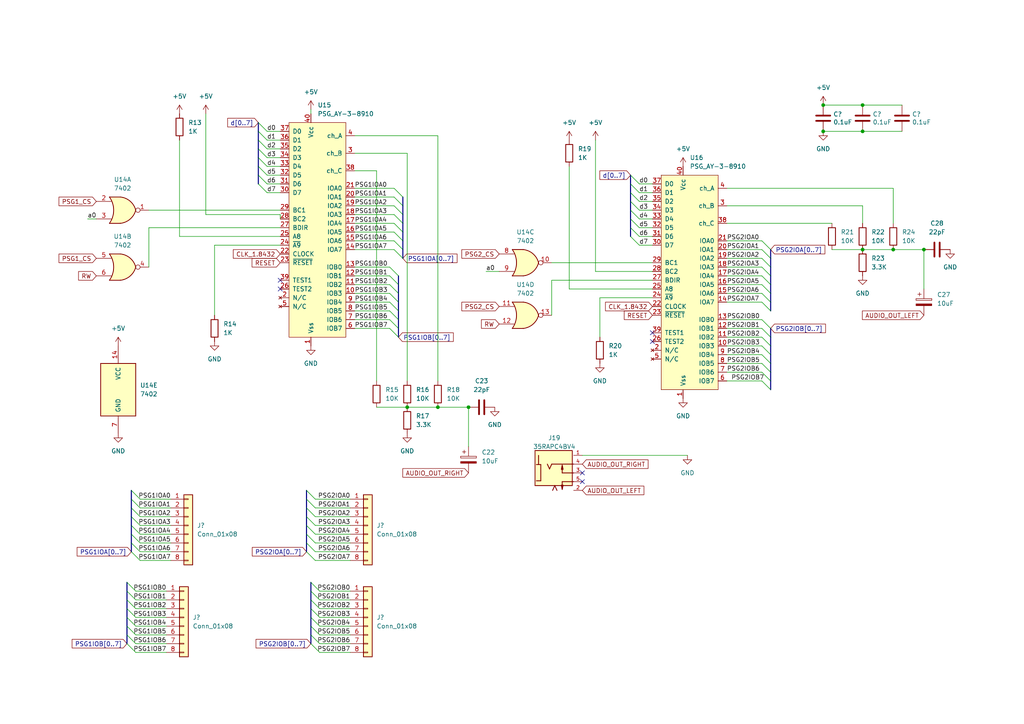
<source format=kicad_sch>
(kicad_sch (version 20230121) (generator eeschema)
  (paper "A4")
  (title_block (title "6502") (date "2023-06-08") (rev "2.0") (company "Strahinja Marinkovic"))
  (lib_symbols
    (symbol "+5V_1" (power) (pin_names (offset 0))
      (property "Value" "+5V_1" (at 0 3.556 0))
      (symbol "+5V_1_0_1"
        (polyline (pts (xy -0.762 1.27) (xy 0 2.54)))
        (polyline (pts (xy 0 0) (xy 0 2.54)))
        (polyline (pts (xy 0 2.54) (xy 0.762 1.27)))
      )
      (symbol "+5V_1_1_1"
        (pin power_in line (at 0 0 90) (length 0) hide (name "+5V") (number "1"))
      )
    )
    (symbol "35RAPC4BV4:35RAPC4BV4" (pin_names (offset 1.016))
      (property "Reference" "J" (at -5.08 7.62 0))
      (property "Value" "35RAPC4BV4" (at -5.08 -7.62 0))
      (symbol "35RAPC4BV4_0_0"
        (rectangle (start -6.1079 -3.6883) (end 4.6871 6.4717) (stroke (width 0.254)) (fill (type background)))
        (polyline (pts (xy -5.715 2.413) (xy -5.08 2.413)) (stroke (width 0.254)))
        (polyline (pts (xy -5.08 2.413) (xy -4.445 2.413)) (stroke (width 0.254)))
        (polyline (pts (xy -5.08 5.08) (xy -5.08 2.413)) (stroke (width 0.254)))
        (polyline (pts (xy -4.445 -2.286) (xy -5.715 -2.286)) (stroke (width 0.254)))
        (polyline (pts (xy -4.445 2.413) (xy -4.445 -2.286)) (stroke (width 0.254)))
        (polyline (pts (xy -1.905 1.143) (xy -2.54 2.54)) (stroke (width 0.254)))
        (polyline (pts (xy -1.27 2.54) (xy -1.905 1.143)) (stroke (width 0.254)))
        (polyline (pts (xy -0.381 -3.683) (xy -1.016 -5.08)) (stroke (width 0.254)))
        (polyline (pts (xy 0.254 -5.08) (xy -0.381 -3.683)) (stroke (width 0.254)))
        (polyline (pts (xy 1.778 -2.54) (xy 1.778 -4.318)) (stroke (width 0.254)))
        (polyline (pts (xy 1.778 -2.54) (xy 5.08 -2.54)) (stroke (width 0.254)))
        (polyline (pts (xy 1.778 0) (xy 1.778 1.778)) (stroke (width 0.254)))
        (polyline (pts (xy 1.778 0) (xy 5.08 0)) (stroke (width 0.254)))
        (polyline (pts (xy 5.08 2.54) (xy -1.27 2.54)) (stroke (width 0.254)))
        (polyline (pts (xy 1.778 -4.826) (xy 1.524 -3.556) (xy 2.032 -3.556) (xy 1.778 -4.826)) (stroke (width 0.254)) (fill (type outline)))
        (polyline (pts (xy 1.778 2.286) (xy 1.524 1.016) (xy 2.032 1.016) (xy 1.778 2.286)) (stroke (width 0.254)) (fill (type outline)))
        (pin passive line (at 7.62 5.08 180) (length 2.54) (name "~") (number "1"))
        (pin passive line (at 7.62 -5.08 180) (length 2.54) (name "~") (number "2"))
        (pin passive line (at 7.62 0 180) (length 2.54) (name "~") (number "3"))
        (pin passive line (at 7.62 2.54 180) (length 2.54) (name "~") (number "4"))
        (pin passive line (at 7.62 -2.54 180) (length 2.54) (name "~") (number "5"))
      )
    )
    (symbol "74xx:7402" (pin_names (offset 1.016))
      (property "Reference" "U" (at 0 1.27 0))
      (property "Value" "7402" (at 0 -1.27 0))
      (symbol "7402_1_1"
        (arc (start -3.81 -3.81) (mid -2.589 0) (end -3.81 3.81) (stroke (width 0.254)))
        (arc (start -0.6096 -3.81) (mid 2.1842 -2.5851) (end 3.81 0) (stroke (width 0.254)) (fill (type background)))
        (polyline (pts (xy -3.81 -3.81) (xy -0.635 -3.81)) (stroke (width 0.254)) (fill (type background)))
        (polyline (pts (xy -3.81 3.81) (xy -0.635 3.81)) (stroke (width 0.254)) (fill (type background)))
        (polyline (pts (xy -0.635 3.81) (xy -3.81 3.81) (xy -3.81 3.81) (xy -3.556 3.4036) (xy -3.0226 2.2606) (xy -2.6924 1.0414) (xy -2.6162 -0.254) (xy -2.7686 -1.4986) (xy -3.175 -2.7178) (xy -3.81 -3.81) (xy -3.81 -3.81) (xy -0.635 -3.81)) (stroke (width -25.4)) (fill (type background)))
        (arc (start 3.81 0) (mid 2.1915 2.5936) (end -0.6096 3.81) (stroke (width 0.254)) (fill (type background)))
        (pin output inverted (at 7.62 0 180) (length 3.81) (name "~") (number "1"))
        (pin input line (at -7.62 2.54 0) (length 4.318) (name "~") (number "2"))
        (pin input line (at -7.62 -2.54 0) (length 4.318) (name "~") (number "3"))
      )
      (symbol "7402_1_2"
        (arc (start 0 -3.81) (mid 3.7934 0) (end 0 3.81) (stroke (width 0.254)) (fill (type background)))
        (polyline (pts (xy 0 3.81) (xy -3.81 3.81) (xy -3.81 -3.81) (xy 0 -3.81)) (stroke (width 0.254)) (fill (type background)))
        (pin output line (at 7.62 0 180) (length 3.81) (name "~") (number "1"))
        (pin input inverted (at -7.62 2.54 0) (length 3.81) (name "~") (number "2"))
        (pin input inverted (at -7.62 -2.54 0) (length 3.81) (name "~") (number "3"))
      )
      (symbol "7402_2_1"
        (arc (start -3.81 -3.81) (mid -2.589 0) (end -3.81 3.81) (stroke (width 0.254)))
        (arc (start -0.6096 -3.81) (mid 2.1842 -2.5851) (end 3.81 0) (stroke (width 0.254)) (fill (type background)))
        (polyline (pts (xy -3.81 -3.81) (xy -0.635 -3.81)) (stroke (width 0.254)) (fill (type background)))
        (polyline (pts (xy -3.81 3.81) (xy -0.635 3.81)) (stroke (width 0.254)) (fill (type background)))
        (polyline (pts (xy -0.635 3.81) (xy -3.81 3.81) (xy -3.81 3.81) (xy -3.556 3.4036) (xy -3.0226 2.2606) (xy -2.6924 1.0414) (xy -2.6162 -0.254) (xy -2.7686 -1.4986) (xy -3.175 -2.7178) (xy -3.81 -3.81) (xy -3.81 -3.81) (xy -0.635 -3.81)) (stroke (width -25.4)) (fill (type background)))
        (arc (start 3.81 0) (mid 2.1915 2.5936) (end -0.6096 3.81) (stroke (width 0.254)) (fill (type background)))
        (pin output inverted (at 7.62 0 180) (length 3.81) (name "~") (number "4"))
        (pin input line (at -7.62 2.54 0) (length 4.318) (name "~") (number "5"))
        (pin input line (at -7.62 -2.54 0) (length 4.318) (name "~") (number "6"))
      )
      (symbol "7402_2_2"
        (arc (start 0 -3.81) (mid 3.7934 0) (end 0 3.81) (stroke (width 0.254)) (fill (type background)))
        (polyline (pts (xy 0 3.81) (xy -3.81 3.81) (xy -3.81 -3.81) (xy 0 -3.81)) (stroke (width 0.254)) (fill (type background)))
        (pin output line (at 7.62 0 180) (length 3.81) (name "~") (number "4"))
        (pin input inverted (at -7.62 2.54 0) (length 3.81) (name "~") (number "5"))
        (pin input inverted (at -7.62 -2.54 0) (length 3.81) (name "~") (number "6"))
      )
      (symbol "7402_3_1"
        (arc (start -3.81 -3.81) (mid -2.589 0) (end -3.81 3.81) (stroke (width 0.254)))
        (arc (start -0.6096 -3.81) (mid 2.1842 -2.5851) (end 3.81 0) (stroke (width 0.254)) (fill (type background)))
        (polyline (pts (xy -3.81 -3.81) (xy -0.635 -3.81)) (stroke (width 0.254)) (fill (type background)))
        (polyline (pts (xy -3.81 3.81) (xy -0.635 3.81)) (stroke (width 0.254)) (fill (type background)))
        (polyline (pts (xy -0.635 3.81) (xy -3.81 3.81) (xy -3.81 3.81) (xy -3.556 3.4036) (xy -3.0226 2.2606) (xy -2.6924 1.0414) (xy -2.6162 -0.254) (xy -2.7686 -1.4986) (xy -3.175 -2.7178) (xy -3.81 -3.81) (xy -3.81 -3.81) (xy -0.635 -3.81)) (stroke (width -25.4)) (fill (type background)))
        (arc (start 3.81 0) (mid 2.1915 2.5936) (end -0.6096 3.81) (stroke (width 0.254)) (fill (type background)))
        (pin output inverted (at 7.62 0 180) (length 3.81) (name "~") (number "10"))
        (pin input line (at -7.62 2.54 0) (length 4.318) (name "~") (number "8"))
        (pin input line (at -7.62 -2.54 0) (length 4.318) (name "~") (number "9"))
      )
      (symbol "7402_3_2"
        (arc (start 0 -3.81) (mid 3.7934 0) (end 0 3.81) (stroke (width 0.254)) (fill (type background)))
        (polyline (pts (xy 0 3.81) (xy -3.81 3.81) (xy -3.81 -3.81) (xy 0 -3.81)) (stroke (width 0.254)) (fill (type background)))
        (pin output line (at 7.62 0 180) (length 3.81) (name "~") (number "10"))
        (pin input inverted (at -7.62 2.54 0) (length 3.81) (name "~") (number "8"))
        (pin input inverted (at -7.62 -2.54 0) (length 3.81) (name "~") (number "9"))
      )
      (symbol "7402_4_1"
        (arc (start -3.81 -3.81) (mid -2.589 0) (end -3.81 3.81) (stroke (width 0.254)))
        (arc (start -0.6096 -3.81) (mid 2.1842 -2.5851) (end 3.81 0) (stroke (width 0.254)) (fill (type background)))
        (polyline (pts (xy -3.81 -3.81) (xy -0.635 -3.81)) (stroke (width 0.254)) (fill (type background)))
        (polyline (pts (xy -3.81 3.81) (xy -0.635 3.81)) (stroke (width 0.254)) (fill (type background)))
        (polyline (pts (xy -0.635 3.81) (xy -3.81 3.81) (xy -3.81 3.81) (xy -3.556 3.4036) (xy -3.0226 2.2606) (xy -2.6924 1.0414) (xy -2.6162 -0.254) (xy -2.7686 -1.4986) (xy -3.175 -2.7178) (xy -3.81 -3.81) (xy -3.81 -3.81) (xy -0.635 -3.81)) (stroke (width -25.4)) (fill (type background)))
        (arc (start 3.81 0) (mid 2.1915 2.5936) (end -0.6096 3.81) (stroke (width 0.254)) (fill (type background)))
        (pin input line (at -7.62 2.54 0) (length 4.318) (name "~") (number "11"))
        (pin input line (at -7.62 -2.54 0) (length 4.318) (name "~") (number "12"))
        (pin output inverted (at 7.62 0 180) (length 3.81) (name "~") (number "13"))
      )
      (symbol "7402_4_2"
        (arc (start 0 -3.81) (mid 3.7934 0) (end 0 3.81) (stroke (width 0.254)) (fill (type background)))
        (polyline (pts (xy 0 3.81) (xy -3.81 3.81) (xy -3.81 -3.81) (xy 0 -3.81)) (stroke (width 0.254)) (fill (type background)))
        (pin input inverted (at -7.62 2.54 0) (length 3.81) (name "~") (number "11"))
        (pin input inverted (at -7.62 -2.54 0) (length 3.81) (name "~") (number "12"))
        (pin output line (at 7.62 0 180) (length 3.81) (name "~") (number "13"))
      )
      (symbol "7402_5_0"
        (pin power_in line (at 0 12.7 270) (length 5.08) (name "VCC") (number "14"))
        (pin power_in line (at 0 -12.7 90) (length 5.08) (name "GND") (number "7"))
      )
      (symbol "7402_5_1"
        (rectangle (start -5.08 7.62) (end 5.08 -7.62) (stroke (width 0.254)) (fill (type background)))
      )
    )
    (symbol "8bit:PSG_AY-3-8910" (pin_names (offset 1.016))
      (property "Reference" "U" (at -6.35 30.48 0))
      (property "Value" "PSG_AY-3-8910" (at 8.89 -35.56 0))
      (symbol "PSG_AY-3-8910_0_1"
        (rectangle (start -7.62 29.21) (end 8.89 -33.02) (fill (type background)))
      )
      (symbol "PSG_AY-3-8910_1_1"
        (pin power_in line (at -1.27 -35.56 90) (length 2.54) (name "Vss") (number "1"))
        (pin bidirectional line (at 11.43 -20.32 180) (length 2.54) (name "IOB3") (number "10"))
        (pin bidirectional line (at 11.43 -17.78 180) (length 2.54) (name "IOB2") (number "11"))
        (pin bidirectional line (at 11.43 -15.24 180) (length 2.54) (name "IOB1") (number "12"))
        (pin bidirectional line (at 11.43 -12.7 180) (length 2.54) (name "IOB0") (number "13"))
        (pin bidirectional line (at 11.43 -7.62 180) (length 2.54) (name "IOA7") (number "14"))
        (pin bidirectional line (at 11.43 -5.08 180) (length 2.54) (name "IOA6") (number "15"))
        (pin bidirectional line (at 11.43 -2.54 180) (length 2.54) (name "IOA5") (number "16"))
        (pin bidirectional line (at 11.43 0 180) (length 2.54) (name "IOA4") (number "17"))
        (pin bidirectional line (at 11.43 2.54 180) (length 2.54) (name "IOA3") (number "18"))
        (pin bidirectional line (at 11.43 5.08 180) (length 2.54) (name "IOA2") (number "19"))
        (pin no_connect line (at -10.16 -21.59 0) (length 2.54) (name "N/C") (number "2"))
        (pin bidirectional line (at 11.43 7.62 180) (length 2.54) (name "IOA1") (number "20"))
        (pin bidirectional line (at 11.43 10.16 180) (length 2.54) (name "IOA0") (number "21"))
        (pin input line (at -10.16 -8.89 0) (length 2.54) (name "CLOCK") (number "22"))
        (pin input line (at -10.16 -11.43 0) (length 2.54) (name "~{RESET}") (number "23"))
        (pin input line (at -10.16 -6.35 0) (length 2.54) (name "~{A9}") (number "24"))
        (pin input line (at -10.16 -3.81 0) (length 2.54) (name "A8") (number "25"))
        (pin input line (at -10.16 -19.05 0) (length 2.54) (name "TEST2") (number "26"))
        (pin input line (at -10.16 -1.27 0) (length 2.54) (name "BDIR") (number "27"))
        (pin input line (at -10.16 1.27 0) (length 2.54) (name "BC2") (number "28"))
        (pin input line (at -10.16 3.81 0) (length 2.54) (name "BC1") (number "29"))
        (pin output line (at 11.43 20.32 180) (length 2.54) (name "ch_B") (number "3"))
        (pin bidirectional line (at -10.16 8.89 0) (length 2.54) (name "D7") (number "30"))
        (pin bidirectional line (at -10.16 11.43 0) (length 2.54) (name "D6") (number "31"))
        (pin bidirectional line (at -10.16 13.97 0) (length 2.54) (name "D5") (number "32"))
        (pin bidirectional line (at -10.16 16.51 0) (length 2.54) (name "D4") (number "33"))
        (pin bidirectional line (at -10.16 19.05 0) (length 2.54) (name "D3") (number "34"))
        (pin bidirectional line (at -10.16 21.59 0) (length 2.54) (name "D2") (number "35"))
        (pin bidirectional line (at -10.16 24.13 0) (length 2.54) (name "D1") (number "36"))
        (pin bidirectional line (at -10.16 26.67 0) (length 2.54) (name "D0") (number "37"))
        (pin output line (at 11.43 15.24 180) (length 2.54) (name "ch_C") (number "38"))
        (pin input line (at -10.16 -16.51 0) (length 2.54) (name "TEST1") (number "39"))
        (pin output line (at 11.43 25.4 180) (length 2.54) (name "ch_A") (number "4"))
        (pin power_in line (at -1.27 31.75 270) (length 2.54) (name "Vcc") (number "40"))
        (pin no_connect line (at -10.16 -24.13 0) (length 2.54) (name "N/C") (number "5"))
        (pin bidirectional line (at 11.43 -30.48 180) (length 2.54) (name "IOB7") (number "6"))
        (pin bidirectional line (at 11.43 -27.94 180) (length 2.54) (name "IOB6") (number "7"))
        (pin bidirectional line (at 11.43 -25.4 180) (length 2.54) (name "IOB5") (number "8"))
        (pin bidirectional line (at 11.43 -22.86 180) (length 2.54) (name "IOB4") (number "9"))
      )
    )
    (symbol "Connector_Generic:Conn_01x08" (pin_names (offset 1.016) hide)
      (property "Reference" "J" (at 0 10.16 0))
      (property "Value" "Conn_01x08" (at 0 -12.7 0))
      (symbol "Conn_01x08_1_1"
        (rectangle (start -1.27 -10.033) (end 0 -10.287) (stroke (width 0.1524)))
        (rectangle (start -1.27 -7.493) (end 0 -7.747) (stroke (width 0.1524)))
        (rectangle (start -1.27 -4.953) (end 0 -5.207) (stroke (width 0.1524)))
        (rectangle (start -1.27 -2.413) (end 0 -2.667) (stroke (width 0.1524)))
        (rectangle (start -1.27 0.127) (end 0 -0.127) (stroke (width 0.1524)))
        (rectangle (start -1.27 2.667) (end 0 2.413) (stroke (width 0.1524)))
        (rectangle (start -1.27 5.207) (end 0 4.953) (stroke (width 0.1524)))
        (rectangle (start -1.27 7.747) (end 0 7.493) (stroke (width 0.1524)))
        (rectangle (start -1.27 8.89) (end 1.27 -11.43) (stroke (width 0.254)) (fill (type background)))
        (pin passive line (at -5.08 7.62 0) (length 3.81) (name "Pin_1") (number "1"))
        (pin passive line (at -5.08 5.08 0) (length 3.81) (name "Pin_2") (number "2"))
        (pin passive line (at -5.08 2.54 0) (length 3.81) (name "Pin_3") (number "3"))
        (pin passive line (at -5.08 0 0) (length 3.81) (name "Pin_4") (number "4"))
        (pin passive line (at -5.08 -2.54 0) (length 3.81) (name "Pin_5") (number "5"))
        (pin passive line (at -5.08 -5.08 0) (length 3.81) (name "Pin_6") (number "6"))
        (pin passive line (at -5.08 -7.62 0) (length 3.81) (name "Pin_7") (number "7"))
        (pin passive line (at -5.08 -10.16 0) (length 3.81) (name "Pin_8") (number "8"))
      )
    )
    (symbol "Device:C" (pin_numbers hide) (pin_names (offset 0.254))
      (property "Reference" "C" (at 0.635 2.54 0))
      (property "Value" "C" (at 0.635 -2.54 0))
      (symbol "C_0_1"
        (polyline (pts (xy -2.032 -0.762) (xy 2.032 -0.762)) (stroke (width 0.508)))
        (polyline (pts (xy -2.032 0.762) (xy 2.032 0.762)) (stroke (width 0.508)))
      )
      (symbol "C_1_1"
        (pin passive line (at 0 3.81 270) (length 2.794) (name "~") (number "1"))
        (pin passive line (at 0 -3.81 90) (length 2.794) (name "~") (number "2"))
      )
    )
    (symbol "Device:C_Polarized" (pin_numbers hide) (pin_names (offset 0.254))
      (property "Reference" "C" (at 0.635 2.54 0))
      (property "Value" "C_Polarized" (at 0.635 -2.54 0))
      (symbol "C_Polarized_0_1"
        (rectangle (start -2.286 0.508) (end 2.286 1.016))
        (polyline (pts (xy -1.778 2.286) (xy -0.762 2.286)))
        (polyline (pts (xy -1.27 2.794) (xy -1.27 1.778)))
        (rectangle (start 2.286 -0.508) (end -2.286 -1.016) (fill (type outline)))
      )
      (symbol "C_Polarized_1_1"
        (pin passive line (at 0 3.81 270) (length 2.794) (name "~") (number "1"))
        (pin passive line (at 0 -3.81 90) (length 2.794) (name "~") (number "2"))
      )
    )
    (symbol "Device:R" (pin_numbers hide) (pin_names (offset 0))
      (property "Reference" "R" (at 2.032 0 90))
      (property "Value" "R" (at 0 0 90))
      (symbol "R_0_1"
        (rectangle (start -1.016 -2.54) (end 1.016 2.54) (stroke (width 0.254)))
      )
      (symbol "R_1_1"
        (pin passive line (at 0 3.81 270) (length 1.27) (name "~") (number "1"))
        (pin passive line (at 0 -3.81 90) (length 1.27) (name "~") (number "2"))
      )
    )
    (symbol "GND_1" (power) (pin_names (offset 0))
      (property "Value" "GND_1" (at 0 -3.81 0))
      (symbol "GND_1_0_1"
        (polyline (pts (xy 0 0) (xy 0 -1.27) (xy 1.27 -1.27) (xy 0 -2.54) (xy -1.27 -1.27) (xy 0 -1.27)))
      )
      (symbol "GND_1_1_1"
        (pin power_in line (at 0 0 270) (length 0) hide (name "GND") (number "1"))
      )
    )
    (symbol "power:+5V" (power) (pin_names (offset 0))
      (property "Value" "+5V" (at 0 3.556 0))
      (symbol "+5V_0_1"
        (polyline (pts (xy -0.762 1.27) (xy 0 2.54)))
        (polyline (pts (xy 0 0) (xy 0 2.54)))
        (polyline (pts (xy 0 2.54) (xy 0.762 1.27)))
      )
      (symbol "+5V_1_1"
        (pin power_in line (at 0 0 90) (length 0) hide (name "+5V") (number "1"))
      )
    )
    (symbol "power:GND" (power) (pin_names (offset 0))
      (property "Value" "GND" (at 0 -3.81 0))
      (symbol "GND_0_1"
        (polyline (pts (xy 0 0) (xy 0 -1.27) (xy 1.27 -1.27) (xy 0 -2.54) (xy -1.27 -1.27) (xy 0 -1.27)))
      )
      (symbol "GND_1_1"
        (pin power_in line (at 0 0 270) (length 0) hide (name "GND") (number "1"))
      )
    )
  )
  (junction (at 259.08 72.39))
  (junction (at 135.89 118.11))
  (junction (at 118.11 118.11))
  (junction (at 238.76 30.48))
  (junction (at 238.76 38.1))
  (junction (at 250.19 38.1))
  (junction (at 250.19 72.39))
  (junction (at 250.19 30.48))
  (junction (at 127 118.11))
  (junction (at 267.97 72.39))
  (no_connect (at 189.23 99.06))
  (no_connect (at 168.91 139.7))
  (no_connect (at 81.28 83.82))
  (no_connect (at 189.23 96.52))
  (no_connect (at 81.28 81.28))
  (no_connect (at 168.91 137.16))
  (bus_entry (at 185.42 68.58) (size -2.54 -2.54))
  (bus_entry (at 220.98 82.55) (size 2.54 2.54))
  (bus_entry (at 39.37 176.53) (size -2.54 -2.54))
  (bus_entry (at 113.03 90.17) (size 2.54 2.54))
  (bus_entry (at 77.47 55.88) (size -2.54 -2.54))
  (bus_entry (at 91.44 157.48) (size -2.54 -2.54))
  (bus_entry (at 77.47 38.1) (size -2.54 -2.54))
  (bus_entry (at 220.98 87.63) (size 2.54 2.54))
  (bus_entry (at 91.44 162.56) (size -2.54 -2.54))
  (bus_entry (at 113.03 87.63) (size 2.54 2.54))
  (bus_entry (at 113.03 80.01) (size 2.54 2.54))
  (bus_entry (at 91.44 154.94) (size -2.54 -2.54))
  (bus_entry (at 39.37 171.45) (size -2.54 -2.54))
  (bus_entry (at 91.44 160.02) (size -2.54 -2.54))
  (bus_entry (at 185.42 58.42) (size -2.54 -2.54))
  (bus_entry (at 114.3 64.77) (size 2.54 2.54))
  (bus_entry (at 114.3 54.61) (size 2.54 2.54))
  (bus_entry (at 92.71 173.99) (size -2.54 -2.54))
  (bus_entry (at 92.71 176.53) (size -2.54 -2.54))
  (bus_entry (at 40.64 160.02) (size -2.54 -2.54))
  (bus_entry (at 40.64 152.4) (size -2.54 -2.54))
  (bus_entry (at 220.98 102.87) (size 2.54 2.54))
  (bus_entry (at 220.98 107.95) (size 2.54 2.54))
  (bus_entry (at 185.42 63.5) (size -2.54 -2.54))
  (bus_entry (at 220.98 80.01) (size 2.54 2.54))
  (bus_entry (at 40.64 162.56) (size -2.54 -2.54))
  (bus_entry (at 39.37 186.69) (size -2.54 -2.54))
  (bus_entry (at 92.71 181.61) (size -2.54 -2.54))
  (bus_entry (at 185.42 71.12) (size -2.54 -2.54))
  (bus_entry (at 113.03 82.55) (size 2.54 2.54))
  (bus_entry (at 77.47 50.8) (size -2.54 -2.54))
  (bus_entry (at 220.98 97.79) (size 2.54 2.54))
  (bus_entry (at 77.47 45.72) (size -2.54 -2.54))
  (bus_entry (at 220.98 74.93) (size 2.54 2.54))
  (bus_entry (at 91.44 149.86) (size -2.54 -2.54))
  (bus_entry (at 91.44 147.32) (size -2.54 -2.54))
  (bus_entry (at 40.64 144.78) (size -2.54 -2.54))
  (bus_entry (at 40.64 154.94) (size -2.54 -2.54))
  (bus_entry (at 92.71 186.69) (size -2.54 -2.54))
  (bus_entry (at 77.47 40.64) (size -2.54 -2.54))
  (bus_entry (at 185.42 60.96) (size -2.54 -2.54))
  (bus_entry (at 114.3 57.15) (size 2.54 2.54))
  (bus_entry (at 114.3 59.69) (size 2.54 2.54))
  (bus_entry (at 40.64 157.48) (size -2.54 -2.54))
  (bus_entry (at 39.37 189.23) (size -2.54 -2.54))
  (bus_entry (at 185.42 55.88) (size -2.54 -2.54))
  (bus_entry (at 220.98 110.49) (size 2.54 2.54))
  (bus_entry (at 220.98 92.71) (size 2.54 2.54))
  (bus_entry (at 39.37 181.61) (size -2.54 -2.54))
  (bus_entry (at 114.3 62.23) (size 2.54 2.54))
  (bus_entry (at 220.98 95.25) (size 2.54 2.54))
  (bus_entry (at 220.98 77.47) (size 2.54 2.54))
  (bus_entry (at 39.37 179.07) (size -2.54 -2.54))
  (bus_entry (at 220.98 69.85) (size 2.54 2.54))
  (bus_entry (at 92.71 179.07) (size -2.54 -2.54))
  (bus_entry (at 220.98 72.39) (size 2.54 2.54))
  (bus_entry (at 113.03 95.25) (size 2.54 2.54))
  (bus_entry (at 92.71 189.23) (size -2.54 -2.54))
  (bus_entry (at 77.47 53.34) (size -2.54 -2.54))
  (bus_entry (at 91.44 152.4) (size -2.54 -2.54))
  (bus_entry (at 91.44 144.78) (size -2.54 -2.54))
  (bus_entry (at 92.71 171.45) (size -2.54 -2.54))
  (bus_entry (at 113.03 85.09) (size 2.54 2.54))
  (bus_entry (at 114.3 72.39) (size 2.54 2.54))
  (bus_entry (at 39.37 173.99) (size -2.54 -2.54))
  (bus_entry (at 220.98 85.09) (size 2.54 2.54))
  (bus_entry (at 185.42 66.04) (size -2.54 -2.54))
  (bus_entry (at 113.03 77.47) (size 2.54 2.54))
  (bus_entry (at 114.3 67.31) (size 2.54 2.54))
  (bus_entry (at 185.42 53.34) (size -2.54 -2.54))
  (bus_entry (at 113.03 92.71) (size 2.54 2.54))
  (bus_entry (at 40.64 149.86) (size -2.54 -2.54))
  (bus_entry (at 220.98 100.33) (size 2.54 2.54))
  (bus_entry (at 40.64 147.32) (size -2.54 -2.54))
  (bus_entry (at 77.47 43.18) (size -2.54 -2.54))
  (bus_entry (at 114.3 69.85) (size 2.54 2.54))
  (bus_entry (at 92.71 184.15) (size -2.54 -2.54))
  (bus_entry (at 39.37 184.15) (size -2.54 -2.54))
  (bus_entry (at 220.98 105.41) (size 2.54 2.54))
  (bus_entry (at 77.47 48.26) (size -2.54 -2.54))
  (bus (pts (xy 90.17 186.69) (xy 90.17 184.15)))
  (wire (pts (xy 62.23 71.12) (xy 62.23 91.44)))
  (wire (pts (xy 165.1 48.26) (xy 165.1 83.82)))
  (wire (pts (xy 81.28 66.04) (xy 43.18 66.04)))
  (wire (pts (xy 101.6 173.99) (xy 92.71 173.99)))
  (bus (pts (xy 38.1 157.48) (xy 38.1 154.94)))
  (bus (pts (xy 115.57 95.25) (xy 115.57 97.79)))
  (wire (pts (xy 102.87 80.01) (xy 113.03 80.01)))
  (wire (pts (xy 140.97 78.74) (xy 144.78 78.74)))
  (wire (pts (xy 199.39 132.08) (xy 168.91 132.08)))
  (wire (pts (xy 48.26 186.69) (xy 39.37 186.69)))
  (wire (pts (xy 109.22 49.53) (xy 102.87 49.53)))
  (bus (pts (xy 90.17 176.53) (xy 90.17 173.99)))
  (wire (pts (xy 210.82 77.47) (xy 220.98 77.47)))
  (bus (pts (xy 223.52 102.87) (xy 223.52 105.41)))
  (bus (pts (xy 116.84 64.77) (xy 116.84 67.31)))
  (wire (pts (xy 102.87 54.61) (xy 114.3 54.61)))
  (wire (pts (xy 48.26 179.07) (xy 39.37 179.07)))
  (bus (pts (xy 88.9 149.86) (xy 88.9 147.32)))
  (bus (pts (xy 115.57 80.01) (xy 115.57 82.55)))
  (bus (pts (xy 90.17 179.07) (xy 90.17 176.53)))
  (wire (pts (xy 52.07 40.64) (xy 52.07 68.58)))
  (bus (pts (xy 88.9 154.94) (xy 88.9 152.4)))
  (wire (pts (xy 189.23 55.88) (xy 185.42 55.88)))
  (wire (pts (xy 210.82 85.09) (xy 220.98 85.09)))
  (wire (pts (xy 102.87 59.69) (xy 114.3 59.69)))
  (wire (pts (xy 101.6 149.86) (xy 91.44 149.86)))
  (wire (pts (xy 101.6 157.48) (xy 91.44 157.48)))
  (wire (pts (xy 210.82 72.39) (xy 220.98 72.39)))
  (wire (pts (xy 250.19 72.39) (xy 259.08 72.39)))
  (wire (pts (xy 210.82 54.61) (xy 259.08 54.61)))
  (wire (pts (xy 102.87 64.77) (xy 114.3 64.77)))
  (bus (pts (xy 88.9 144.78) (xy 88.9 142.24)))
  (wire (pts (xy 49.53 160.02) (xy 40.64 160.02)))
  (bus (pts (xy 90.17 184.15) (xy 90.17 181.61)))
  (wire (pts (xy 172.72 78.74) (xy 189.23 78.74)))
  (bus (pts (xy 182.88 68.58) (xy 182.88 66.04)))
  (bus (pts (xy 38.1 142.24) (xy 38.1 144.78)))
  (wire (pts (xy 101.6 181.61) (xy 92.71 181.61)))
  (wire (pts (xy 189.23 71.12) (xy 185.42 71.12)))
  (wire (pts (xy 102.87 67.31) (xy 114.3 67.31)))
  (wire (pts (xy 102.87 69.85) (xy 114.3 69.85)))
  (bus (pts (xy 115.57 85.09) (xy 115.57 87.63)))
  (wire (pts (xy 189.23 53.34) (xy 185.42 53.34)))
  (wire (pts (xy 81.28 68.58) (xy 52.07 68.58)))
  (bus (pts (xy 223.52 105.41) (xy 223.52 107.95)))
  (bus (pts (xy 115.57 82.55) (xy 115.57 85.09)))
  (wire (pts (xy 210.82 100.33) (xy 220.98 100.33)))
  (bus (pts (xy 116.84 57.15) (xy 116.84 59.69)))
  (bus (pts (xy 116.84 69.85) (xy 116.84 72.39)))
  (wire (pts (xy 102.87 92.71) (xy 113.03 92.71)))
  (wire (pts (xy 101.6 186.69) (xy 92.71 186.69)))
  (wire (pts (xy 210.82 64.77) (xy 241.3 64.77)))
  (bus (pts (xy 74.93 38.1) (xy 74.93 35.56)))
  (bus (pts (xy 223.52 82.55) (xy 223.52 85.09)))
  (wire (pts (xy 259.08 72.39) (xy 267.97 72.39)))
  (wire (pts (xy 267.97 72.39) (xy 267.97 83.82)))
  (bus (pts (xy 36.83 186.69) (xy 36.83 184.15)))
  (wire (pts (xy 101.6 160.02) (xy 91.44 160.02)))
  (wire (pts (xy 49.53 149.86) (xy 40.64 149.86)))
  (wire (pts (xy 250.19 30.48) (xy 261.62 30.48)))
  (wire (pts (xy 49.53 157.48) (xy 40.64 157.48)))
  (bus (pts (xy 88.9 157.48) (xy 88.9 154.94)))
  (bus (pts (xy 90.17 181.61) (xy 90.17 179.07)))
  (wire (pts (xy 189.23 66.04) (xy 185.42 66.04)))
  (wire (pts (xy 210.82 105.41) (xy 220.98 105.41)))
  (bus (pts (xy 36.83 173.99) (xy 36.83 176.53)))
  (wire (pts (xy 101.6 154.94) (xy 91.44 154.94)))
  (wire (pts (xy 81.28 40.64) (xy 77.47 40.64)))
  (wire (pts (xy 210.82 82.55) (xy 220.98 82.55)))
  (bus (pts (xy 182.88 58.42) (xy 182.88 55.88)))
  (wire (pts (xy 101.6 171.45) (xy 92.71 171.45)))
  (bus (pts (xy 223.52 74.93) (xy 223.52 77.47)))
  (wire (pts (xy 102.87 62.23) (xy 114.3 62.23)))
  (wire (pts (xy 210.82 59.69) (xy 250.19 59.69)))
  (wire (pts (xy 102.87 72.39) (xy 114.3 72.39)))
  (bus (pts (xy 38.1 160.02) (xy 38.1 157.48)))
  (wire (pts (xy 81.28 50.8) (xy 77.47 50.8)))
  (wire (pts (xy 160.02 76.2) (xy 189.23 76.2)))
  (wire (pts (xy 48.26 181.61) (xy 39.37 181.61)))
  (bus (pts (xy 90.17 173.99) (xy 90.17 171.45)))
  (wire (pts (xy 81.28 48.26) (xy 77.47 48.26)))
  (bus (pts (xy 38.1 152.4) (xy 38.1 149.86)))
  (wire (pts (xy 102.87 95.25) (xy 113.03 95.25)))
  (wire (pts (xy 49.53 152.4) (xy 40.64 152.4)))
  (bus (pts (xy 74.93 53.34) (xy 74.93 50.8)))
  (bus (pts (xy 223.52 97.79) (xy 223.52 100.33)))
  (wire (pts (xy 210.82 110.49) (xy 220.98 110.49)))
  (wire (pts (xy 118.11 118.11) (xy 127 118.11)))
  (wire (pts (xy 189.23 86.36) (xy 173.99 86.36)))
  (wire (pts (xy 101.6 147.32) (xy 91.44 147.32)))
  (bus (pts (xy 116.84 62.23) (xy 116.84 64.77)))
  (bus (pts (xy 36.83 179.07) (xy 36.83 176.53)))
  (wire (pts (xy 127 118.11) (xy 135.89 118.11)))
  (wire (pts (xy 189.23 81.28) (xy 160.02 81.28)))
  (bus (pts (xy 38.1 154.94) (xy 38.1 152.4)))
  (wire (pts (xy 210.82 74.93) (xy 220.98 74.93)))
  (bus (pts (xy 115.57 87.63) (xy 115.57 90.17)))
  (wire (pts (xy 101.6 152.4) (xy 91.44 152.4)))
  (wire (pts (xy 250.19 30.48) (xy 238.76 30.48)))
  (wire (pts (xy 210.82 97.79) (xy 220.98 97.79)))
  (bus (pts (xy 182.88 55.88) (xy 182.88 53.34)))
  (wire (pts (xy 40.64 147.32) (xy 49.53 147.32)))
  (bus (pts (xy 223.52 107.95) (xy 223.52 110.49)))
  (wire (pts (xy 102.87 87.63) (xy 113.03 87.63)))
  (wire (pts (xy 81.28 60.96) (xy 43.18 60.96)))
  (wire (pts (xy 250.19 59.69) (xy 250.19 64.77)))
  (wire (pts (xy 250.19 38.1) (xy 261.62 38.1)))
  (wire (pts (xy 48.26 184.15) (xy 39.37 184.15)))
  (wire (pts (xy 81.28 38.1) (xy 77.47 38.1)))
  (bus (pts (xy 182.88 53.34) (xy 182.88 50.8)))
  (wire (pts (xy 90.17 33.02) (xy 90.17 31.75)))
  (bus (pts (xy 223.52 72.39) (xy 223.52 74.93)))
  (bus (pts (xy 182.88 66.04) (xy 182.88 63.5)))
  (wire (pts (xy 210.82 107.95) (xy 220.98 107.95)))
  (wire (pts (xy 81.28 43.18) (xy 77.47 43.18)))
  (wire (pts (xy 102.87 57.15) (xy 114.3 57.15)))
  (wire (pts (xy 101.6 184.15) (xy 92.71 184.15)))
  (wire (pts (xy 40.64 144.78) (xy 49.53 144.78)))
  (wire (pts (xy 101.6 189.23) (xy 92.71 189.23)))
  (bus (pts (xy 115.57 92.71) (xy 115.57 95.25)))
  (bus (pts (xy 74.93 43.18) (xy 74.93 40.64)))
  (wire (pts (xy 101.6 179.07) (xy 92.71 179.07)))
  (bus (pts (xy 116.84 72.39) (xy 116.84 74.93)))
  (wire (pts (xy 81.28 45.72) (xy 77.47 45.72)))
  (bus (pts (xy 182.88 60.96) (xy 182.88 58.42)))
  (bus (pts (xy 36.83 181.61) (xy 36.83 179.07)))
  (bus (pts (xy 115.57 90.17) (xy 115.57 92.71)))
  (bus (pts (xy 223.52 110.49) (xy 223.52 113.03)))
  (wire (pts (xy 135.89 118.11) (xy 135.89 129.54)))
  (bus (pts (xy 74.93 50.8) (xy 74.93 48.26)))
  (wire (pts (xy 210.82 80.01) (xy 220.98 80.01)))
  (wire (pts (xy 109.22 118.11) (xy 118.11 118.11)))
  (wire (pts (xy 102.87 82.55) (xy 113.03 82.55)))
  (wire (pts (xy 189.23 58.42) (xy 185.42 58.42)))
  (wire (pts (xy 59.69 62.23) (xy 81.28 62.23)))
  (bus (pts (xy 36.83 171.45) (xy 36.83 173.99)))
  (bus (pts (xy 223.52 100.33) (xy 223.52 102.87)))
  (bus (pts (xy 223.52 80.01) (xy 223.52 82.55)))
  (wire (pts (xy 172.72 40.64) (xy 172.72 78.74)))
  (bus (pts (xy 38.1 144.78) (xy 38.1 147.32)))
  (wire (pts (xy 189.23 63.5) (xy 185.42 63.5)))
  (wire (pts (xy 259.08 54.61) (xy 259.08 64.77)))
  (bus (pts (xy 36.83 184.15) (xy 36.83 181.61)))
  (wire (pts (xy 102.87 39.37) (xy 127 39.37)))
  (wire (pts (xy 101.6 176.53) (xy 92.71 176.53)))
  (wire (pts (xy 210.82 102.87) (xy 220.98 102.87)))
  (bus (pts (xy 74.93 48.26) (xy 74.93 45.72)))
  (wire (pts (xy 160.02 81.28) (xy 160.02 91.44)))
  (bus (pts (xy 38.1 147.32) (xy 38.1 149.86)))
  (bus (pts (xy 223.52 77.47) (xy 223.52 80.01)))
  (wire (pts (xy 25.4 63.5) (xy 27.94 63.5)))
  (wire (pts (xy 49.53 162.56) (xy 40.64 162.56)))
  (bus (pts (xy 88.9 160.02) (xy 88.9 157.48)))
  (bus (pts (xy 223.52 85.09) (xy 223.52 87.63)))
  (wire (pts (xy 48.26 189.23) (xy 39.37 189.23)))
  (bus (pts (xy 223.52 87.63) (xy 223.52 90.17)))
  (wire (pts (xy 59.69 33.02) (xy 59.69 62.23)))
  (wire (pts (xy 118.11 44.45) (xy 102.87 44.45)))
  (wire (pts (xy 102.87 90.17) (xy 113.03 90.17)))
  (bus (pts (xy 116.84 67.31) (xy 116.84 69.85)))
  (bus (pts (xy 74.93 40.64) (xy 74.93 38.1)))
  (wire (pts (xy 210.82 69.85) (xy 220.98 69.85)))
  (wire (pts (xy 39.37 173.99) (xy 48.26 173.99)))
  (wire (pts (xy 210.82 95.25) (xy 220.98 95.25)))
  (bus (pts (xy 182.88 63.5) (xy 182.88 60.96)))
  (wire (pts (xy 62.23 71.12) (xy 81.28 71.12)))
  (wire (pts (xy 48.26 176.53) (xy 39.37 176.53)))
  (wire (pts (xy 102.87 77.47) (xy 113.03 77.47)))
  (bus (pts (xy 74.93 45.72) (xy 74.93 43.18)))
  (bus (pts (xy 88.9 152.4) (xy 88.9 149.86)))
  (wire (pts (xy 189.23 60.96) (xy 185.42 60.96)))
  (wire (pts (xy 81.28 62.23) (xy 81.28 63.5)))
  (wire (pts (xy 43.18 66.04) (xy 43.18 77.47)))
  (wire (pts (xy 241.3 72.39) (xy 250.19 72.39)))
  (wire (pts (xy 81.28 55.88) (xy 77.47 55.88)))
  (wire (pts (xy 101.6 162.56) (xy 91.44 162.56)))
  (bus (pts (xy 116.84 59.69) (xy 116.84 62.23)))
  (wire (pts (xy 250.19 38.1) (xy 238.76 38.1)))
  (wire (pts (xy 102.87 85.09) (xy 113.03 85.09)))
  (wire (pts (xy 49.53 154.94) (xy 40.64 154.94)))
  (wire (pts (xy 127 39.37) (xy 127 110.49)))
  (wire (pts (xy 118.11 44.45) (xy 118.11 110.49)))
  (wire (pts (xy 101.6 144.78) (xy 91.44 144.78)))
  (wire (pts (xy 189.23 68.58) (xy 185.42 68.58)))
  (bus (pts (xy 223.52 95.25) (xy 223.52 97.79)))
  (wire (pts (xy 39.37 171.45) (xy 48.26 171.45)))
  (bus (pts (xy 36.83 168.91) (xy 36.83 171.45)))
  (wire (pts (xy 81.28 53.34) (xy 77.47 53.34)))
  (bus (pts (xy 90.17 171.45) (xy 90.17 168.91)))
  (wire (pts (xy 165.1 83.82) (xy 189.23 83.82)))
  (wire (pts (xy 210.82 92.71) (xy 220.98 92.71)))
  (wire (pts (xy 210.82 87.63) (xy 220.98 87.63)))
  (bus (pts (xy 88.9 147.32) (xy 88.9 144.78)))
  (wire (pts (xy 109.22 110.49) (xy 109.22 49.53)))
  (wire (pts (xy 173.99 86.36) (xy 173.99 97.79)))
  (label "d3" (at 80.01 45.72 180))
  (label "d0" (at 187.96 53.34 180))
  (label "d4" (at 187.96 63.5 180))
  (label "PSG1IOA4" (at 102.87 64.77 0))
  (label "d2" (at 80.01 43.18 180))
  (label "PSG2IOB6" (at 210.82 107.95 0))
  (label "PSG1IOB7" (at 102.87 95.25 0))
  (label "PSG1IOA4" (at 49.53 154.94 180))
  (label "PSG1IOB4" (at 48.26 181.61 180))
  (label "d7" (at 80.01 55.88 180))
  (label "PSG1IOB6" (at 48.26 186.69 180))
  (label "PSG1IOA6" (at 49.53 160.02 180))
  (label "PSG2IOB7" (at 101.6 189.23 180))
  (label "PSG2IOA0" (at 210.82 69.85 0))
  (label "PSG2IOB1" (at 101.6 173.99 180))
  (label "PSG2IOB2" (at 210.82 97.79 0))
  (label "PSG1IOB5" (at 102.87 90.17 0))
  (label "PSG2IOB0" (at 210.82 92.71 0))
  (label "PSG1IOB5" (at 48.26 184.15 180))
  (label "d5" (at 187.96 66.04 180))
  (label "PSG2IOA6" (at 210.82 85.09 0))
  (label "PSG2IOB0" (at 101.6 171.45 180))
  (label "PSG2IOB5" (at 101.6 184.15 180))
  (label "d0" (at 80.01 38.1 180))
  (label "a0" (at 25.4 63.5 0))
  (label "PSG1IOB0" (at 48.26 171.45 180))
  (label "d1" (at 80.01 40.64 180))
  (label "PSG1IOA0" (at 102.87 54.61 0))
  (label "PSG2IOA4" (at 210.82 80.01 0))
  (label "d6" (at 187.96 68.58 180))
  (label "PSG2IOB1" (at 210.82 95.25 0))
  (label "PSG2IOB5" (at 210.82 105.41 0))
  (label "d2" (at 187.96 58.42 180))
  (label "PSG1IOB7" (at 48.26 189.23 180))
  (label "PSG1IOA3" (at 102.87 62.23 0))
  (label "PSG2IOB2" (at 101.6 176.53 180))
  (label "PSG2IOA4" (at 101.6 154.94 180))
  (label "PSG2IOA5" (at 101.6 157.48 180))
  (label "PSG1IOB6" (at 102.87 92.71 0))
  (label "PSG2IOB4" (at 210.82 102.87 0))
  (label "PSG1IOB3" (at 48.26 179.07 180))
  (label "PSG1IOA2" (at 102.87 59.69 0))
  (label "PSG2IOA0" (at 101.6 144.78 180))
  (label "PSG1IOA7" (at 102.87 72.39 0))
  (label "PSG2IOA1" (at 210.82 72.39 0))
  (label "PSG1IOB3" (at 102.87 85.09 0))
  (label "d6" (at 80.01 53.34 180))
  (label "PSG2IOB6" (at 101.6 186.69 180))
  (label "PSG2IOA3" (at 101.6 152.4 180))
  (label "PSG1IOA7" (at 49.53 162.56 180))
  (label "PSG2IOA5" (at 210.82 82.55 0))
  (label "PSG2IOA1" (at 101.6 147.32 180))
  (label "PSG2IOB7" (at 212.09 110.49 0))
  (label "d3" (at 187.96 60.96 180))
  (label "PSG2IOB4" (at 101.6 181.61 180))
  (label "PSG1IOB2" (at 48.26 176.53 180))
  (label "PSG2IOA6" (at 101.6 160.02 180))
  (label "PSG2IOA7" (at 101.6 162.56 180))
  (label "PSG1IOA1" (at 49.53 147.32 180))
  (label "d4" (at 80.01 48.26 180))
  (label "PSG2IOB3" (at 101.6 179.07 180))
  (label "PSG1IOA5" (at 102.87 67.31 0))
  (label "PSG1IOB0" (at 102.87 77.47 0))
  (label "PSG2IOA2" (at 210.82 74.93 0))
  (label "PSG1IOB1" (at 48.26 173.99 180))
  (label "PSG1IOA0" (at 49.53 144.78 180))
  (label "PSG1IOB2" (at 102.87 82.55 0))
  (label "PSG1IOB4" (at 102.87 87.63 0))
  (label "PSG1IOA6" (at 102.87 69.85 0))
  (label "a0" (at 140.97 78.74 0))
  (label "PSG2IOA7" (at 210.82 87.63 0))
  (label "d5" (at 80.01 50.8 180))
  (label "PSG1IOA2" (at 49.53 149.86 180))
  (label "PSG1IOA3" (at 49.53 152.4 180))
  (label "PSG1IOB1" (at 102.87 80.01 0))
  (label "PSG1IOA1" (at 102.87 57.15 0))
  (label "PSG1IOA5" (at 49.53 157.48 180))
  (label "d1" (at 187.96 55.88 180))
  (label "PSG2IOB3" (at 210.82 100.33 0))
  (label "d7" (at 187.96 71.12 180))
  (label "PSG2IOA3" (at 210.82 77.47 0))
  (label "PSG2IOA2" (at 101.6 149.86 180))
  (global_label "AUDIO_OUT_LEFT" (shape input) (at 168.91 142.24 0) (property "Intersheetrefs" "${INTERSHEET_REFS}" (effects hide)))
  (global_label "CLK_1.8432" (shape input) (at 81.28 73.66 180) (property "Intersheetrefs" "${INTERSHEET_REFS}" (effects hide)))
  (global_label "CLK_1.8432" (shape input) (at 189.23 88.9 180) (property "Intersheetrefs" "${INTERSHEET_REFS}" (effects hide)))
  (global_label "RW" (shape input) (at 144.78 93.98 180) (property "Intersheetrefs" "${INTERSHEET_REFS}" (effects hide)))
  (global_label "AUDIO_OUT_RIGHT" (shape input) (at 135.89 137.16 180) (property "Intersheetrefs" "${INTERSHEET_REFS}" (effects hide)))
  (global_label "PSG1IOA[0..7]" (shape input) (at 38.1 160.02 180) (property "Intersheetrefs" "${INTERSHEET_REFS}" (effects hide)))
  (global_label "RW" (shape input) (at 27.94 80.01 180) (property "Intersheetrefs" "${INTERSHEET_REFS}" (effects hide)))
  (global_label "PSG2IOB[0..7]" (shape input) (at 223.52 95.25 0) (property "Intersheetrefs" "${INTERSHEET_REFS}" (effects hide)))
  (global_label "AUDIO_OUT_RIGHT" (shape input) (at 168.91 134.62 0) (property "Intersheetrefs" "${INTERSHEET_REFS}" (effects hide)))
  (global_label "PSG1_CS" (shape input) (at 27.94 58.42 180) (property "Intersheetrefs" "${INTERSHEET_REFS}" (effects hide)))
  (global_label "PSG2_CS" (shape input) (at 144.78 73.66 180) (property "Intersheetrefs" "${INTERSHEET_REFS}" (effects hide)))
  (global_label "PSG2_CS" (shape input) (at 144.78 88.9 180) (property "Intersheetrefs" "${INTERSHEET_REFS}" (effects hide)))
  (global_label "PSG2IOB[0..7]" (shape input) (at 90.17 186.69 180) (property "Intersheetrefs" "${INTERSHEET_REFS}" (effects hide)))
  (global_label "PSG1IOB[0..7]" (shape input) (at 115.57 97.79 0) (property "Intersheetrefs" "${INTERSHEET_REFS}" (effects hide)))
  (global_label "PSG1IOA[0..7]" (shape input) (at 116.84 74.93 0) (property "Intersheetrefs" "${INTERSHEET_REFS}" (effects hide)))
  (global_label "PSG1IOB[0..7]" (shape input) (at 36.83 186.69 180) (property "Intersheetrefs" "${INTERSHEET_REFS}" (effects hide)))
  (global_label "d[0..7]" (shape input) (at 182.88 50.8 180) (property "Intersheetrefs" "${INTERSHEET_REFS}" (effects hide)))
  (global_label "PSG2IOA[0..7]" (shape input) (at 88.9 160.02 180) (property "Intersheetrefs" "${INTERSHEET_REFS}" (effects hide)))
  (global_label "AUDIO_OUT_LEFT" (shape input) (at 267.97 91.44 180) (property "Intersheetrefs" "${INTERSHEET_REFS}" (effects hide)))
  (global_label "RESET" (shape input) (at 81.28 76.2 180) (property "Intersheetrefs" "${INTERSHEET_REFS}" (effects hide)))
  (global_label "PSG2IOA[0..7]" (shape input) (at 223.52 72.39 0) (property "Intersheetrefs" "${INTERSHEET_REFS}" (effects hide)))
  (global_label "d[0..7]" (shape input) (at 74.93 35.56 180) (property "Intersheetrefs" "${INTERSHEET_REFS}" (effects hide)))
  (global_label "RESET" (shape input) (at 189.23 91.44 180) (property "Intersheetrefs" "${INTERSHEET_REFS}" (effects hide)))
  (global_label "PSG1_CS" (shape input) (at 27.94 74.93 180) (property "Intersheetrefs" "${INTERSHEET_REFS}" (effects hide)))
  (symbol (lib_id "74xx:7402") (at 35.56 60.96 0) (unit 1)
    (property "Reference" "U14" (at 35.56 52.07 0))
    (property "Value" "7402" (at 35.56 54.61 0))
    (property "Footprint" "Package_DIP:DIP-14_W7.62mm_Socket" (effects hide))
    (property "Datasheet" "http://www.ti.com/lit/gpn/sn7402" (effects hide))
  )
  (symbol (lib_id "power:GND") (at 90.17 100.33 0) (unit 1)
    (property "Reference" "#PWR091" (effects hide))
    (property "Value" "GND" (at 90.17 105.41 0))
  )
  (symbol (lib_id "Device:C") (at 261.62 34.29 0) (unit 1)
    (property "Reference" "C?" (at 264.541 33.1216 0) (effects (justify left)))
    (property "Value" "0.1uF" (at 264.541 35.433 0) (effects (justify left)))
    (property "Footprint" "Capacitor_THT:C_Disc_D5.1mm_W3.2mm_P5.00mm" (effects hide))
    (instances (project "6502v2.0" (path "" (reference "C?") (unit 1)) (path "" (reference "C?") (unit 1)) (path "" (reference "C26") (unit 1))))
  )
  (symbol (lib_id "Device:R") (at 165.1 44.45 0) (unit 1)
    (property "Reference" "R19" (at 167.64 43.18 0) (effects (justify left)))
    (property "Value" "1K" (at 167.64 45.72 0) (effects (justify left)))
    (property "Footprint" "Resistor_THT:R_Axial_DIN0207_L6.3mm_D2.5mm_P10.16mm_Horizontal" (effects hide))
  )
  (symbol (lib_id "74xx:7402") (at 152.4 76.2 0) (unit 3)
    (property "Reference" "U14" (at 152.4 67.31 0))
    (property "Value" "7402" (at 152.4 69.85 0))
    (property "Footprint" "Package_DIP:DIP-14_W7.62mm_Socket" (effects hide))
    (property "Datasheet" "http://www.ti.com/lit/gpn/sn7402" (effects hide))
  )
  (symbol (lib_id "power:GND") (at 118.11 125.73 0) (unit 1)
    (property "Reference" "#PWR092" (effects hide))
    (property "Value" "GND" (at 118.11 130.81 0))
  )
  (symbol (lib_id "Device:R") (at 173.99 101.6 0) (unit 1)
    (property "Reference" "R20" (at 176.53 100.33 0) (effects (justify left)))
    (property "Value" "1K" (at 176.53 102.87 0) (effects (justify left)))
    (property "Footprint" "Resistor_THT:R_Axial_DIN0207_L6.3mm_D2.5mm_P10.16mm_Horizontal" (effects hide))
  )
  (symbol (lib_id "power:+5V") (at 172.72 40.64 0) (unit 1)
    (property "Reference" "#PWR095" (effects hide))
    (property "Value" "+5V" (at 172.72 35.56 0))
  )
  (symbol (lib_id "Device:R") (at 118.11 114.3 180) (unit 1)
    (property "Reference" "R16" (at 120.65 113.03 0) (effects (justify right)))
    (property "Value" "10K" (at 120.65 115.57 0) (effects (justify right)))
    (property "Footprint" "Resistor_THT:R_Axial_DIN0207_L6.3mm_D2.5mm_P10.16mm_Horizontal" (effects hide))
  )
  (symbol (lib_id "power:+5V") (at 34.29 100.33 0) (unit 1)
    (property "Reference" "#PWR085" (effects hide))
    (property "Value" "+5V" (at 34.29 95.25 0))
  )
  (symbol (lib_id "power:GND") (at 143.51 118.11 0) (unit 1)
    (property "Reference" "#PWR093" (effects hide))
    (property "Value" "GND" (at 143.51 123.19 0))
  )
  (symbol (lib_id "Device:R") (at 241.3 68.58 180) (unit 1)
    (property "Reference" "R21" (at 243.84 67.31 0) (effects (justify right)))
    (property "Value" "10K" (at 243.84 69.85 0) (effects (justify right)))
    (property "Footprint" "Resistor_THT:R_Axial_DIN0207_L6.3mm_D2.5mm_P10.16mm_Horizontal" (effects hide))
  )
  (symbol (lib_id "Device:R") (at 250.19 76.2 0) (unit 1)
    (property "Reference" "R23" (at 252.73 74.93 0) (effects (justify left)))
    (property "Value" "3.3K" (at 252.73 77.47 0) (effects (justify left)))
    (property "Footprint" "Resistor_THT:R_Axial_DIN0207_L6.3mm_D2.5mm_P10.16mm_Horizontal" (effects hide))
  )
  (symbol (lib_id "Connector_Generic:Conn_01x08") (at 53.34 179.07 0) (unit 1)
    (property "Reference" "J?" (at 55.88 179.07 0) (effects (justify left)))
    (property "Value" "Conn_01x08" (at 55.88 181.61 0) (effects (justify left)))
    (property "Footprint" "Connector_PinHeader_2.54mm:PinHeader_1x08_P2.54mm_Vertical" (effects hide))
    (instances (project "6502v2.0" (path "" (reference "J?") (unit 1)) (path "" (reference "J15") (unit 1))))
  )
  (symbol (lib_id "Device:R") (at 118.11 121.92 0) (unit 1)
    (property "Reference" "R17" (at 120.65 120.65 0) (effects (justify left)))
    (property "Value" "3.3K" (at 120.65 123.19 0) (effects (justify left)))
    (property "Footprint" "Resistor_THT:R_Axial_DIN0207_L6.3mm_D2.5mm_P10.16mm_Horizontal" (effects hide))
  )
  (symbol (lib_id "35RAPC4BV4:35RAPC4BV4") (at 161.29 137.16 0) (unit 1)
    (property "Reference" "J19" (at 160.776 127 0))
    (property "Value" "35RAPC4BV4" (at 160.776 129.54 0))
    (property "Footprint" "8bits:SWITCHCRAFT_35RAPC4BV4" (effects hide))
    (property "PARTREV" "G" (effects hide))
    (property "STANDARD" "Manufacturer Recommendations" (effects hide))
    (property "MAXIMUM_PACKAGE_HIEGHT" "12.573mm" (effects hide))
    (property "MANUFACTURER" "Switchcraft Inc." (effects hide))
  )
  (symbol (lib_id "Device:R") (at 127 114.3 180) (unit 1)
    (property "Reference" "R18" (at 129.54 113.03 0) (effects (justify right)))
    (property "Value" "10K" (at 129.54 115.57 0) (effects (justify right)))
    (property "Footprint" "Resistor_THT:R_Axial_DIN0207_L6.3mm_D2.5mm_P10.16mm_Horizontal" (effects hide))
  )
  (symbol (lib_name "+5V_1") (lib_id "power:+5V") (at 238.76 30.48 0) (unit 1)
    (property "Reference" "#PWR?" (effects hide))
    (property "Value" "+5V" (at 238.76 25.4 0))
    (instances (project "6502v2.0" (path "" (reference "#PWR?") (unit 1)) (path "" (reference "#PWR?") (unit 1)) (path "" (reference "#PWR0100") (unit 1))))
  )
  (symbol (lib_id "Device:R") (at 52.07 36.83 0) (unit 1)
    (property "Reference" "R13" (at 54.61 35.56 0) (effects (justify left)))
    (property "Value" "1K" (at 54.61 38.1 0) (effects (justify left)))
    (property "Footprint" "Resistor_THT:R_Axial_DIN0207_L6.3mm_D2.5mm_P10.16mm_Horizontal" (effects hide))
  )
  (symbol (lib_id "Device:C_Polarized") (at 267.97 87.63 0) (unit 1)
    (property "Reference" "C27" (at 271.78 85.471 0) (effects (justify left)))
    (property "Value" "10uF" (at 271.78 88.011 0) (effects (justify left)))
    (property "Footprint" "Capacitor_THT:C_Radial_D5.0mm_H11.0mm_P2.00mm" (effects hide))
  )
  (symbol (lib_id "74xx:7402") (at 34.29 113.03 0) (unit 5)
    (property "Reference" "U14" (at 40.64 111.76 0) (effects (justify left)))
    (property "Value" "7402" (at 40.64 114.3 0) (effects (justify left)))
    (property "Footprint" "Package_DIP:DIP-14_W7.62mm_Socket" (effects hide))
    (property "Datasheet" "http://www.ti.com/lit/gpn/sn7402" (effects hide))
  )
  (symbol (lib_id "Connector_Generic:Conn_01x08") (at 54.61 152.4 0) (unit 1)
    (property "Reference" "J?" (at 57.15 152.4 0) (effects (justify left)))
    (property "Value" "Conn_01x08" (at 57.15 154.94 0) (effects (justify left)))
    (property "Footprint" "Connector_PinHeader_2.54mm:PinHeader_1x08_P2.54mm_Vertical" (effects hide))
    (instances (project "6502v2.0" (path "" (reference "J?") (unit 1)) (path "" (reference "J16") (unit 1))))
  )
  (symbol (lib_id "Device:R") (at 62.23 95.25 0) (unit 1)
    (property "Reference" "R14" (at 64.77 93.98 0) (effects (justify left)))
    (property "Value" "1K" (at 64.77 96.52 0) (effects (justify left)))
    (property "Footprint" "Resistor_THT:R_Axial_DIN0207_L6.3mm_D2.5mm_P10.16mm_Horizontal" (effects hide))
  )
  (symbol (lib_id "Connector_Generic:Conn_01x08") (at 106.68 179.07 0) (unit 1)
    (property "Reference" "J?" (at 109.22 179.07 0) (effects (justify left)))
    (property "Value" "Conn_01x08" (at 109.22 181.61 0) (effects (justify left)))
    (property "Footprint" "Connector_PinHeader_2.54mm:PinHeader_1x08_P2.54mm_Vertical" (effects hide))
    (instances (project "6502v2.0" (path "" (reference "J?") (unit 1)) (path "" (reference "J18") (unit 1))))
  )
  (symbol (lib_id "Device:C") (at 271.78 72.39 90) (unit 1)
    (property "Reference" "C28" (at 271.78 64.77 90))
    (property "Value" "22pF" (at 271.78 67.31 90))
    (property "Footprint" "Capacitor_THT:C_Disc_D5.1mm_W3.2mm_P5.00mm" (effects hide))
  )
  (symbol (lib_id "Device:R") (at 250.19 68.58 180) (unit 1)
    (property "Reference" "R22" (at 252.73 67.31 0) (effects (justify right)))
    (property "Value" "10K" (at 252.73 69.85 0) (effects (justify right)))
    (property "Footprint" "Resistor_THT:R_Axial_DIN0207_L6.3mm_D2.5mm_P10.16mm_Horizontal" (effects hide))
  )
  (symbol (lib_id "power:+5V") (at 198.12 48.26 0) (unit 1)
    (property "Reference" "#PWR097" (effects hide))
    (property "Value" "+5V" (at 198.12 43.18 0))
  )
  (symbol (lib_id "Device:C") (at 250.19 34.29 0) (unit 1)
    (property "Reference" "C?" (at 253.111 33.1216 0) (effects (justify left)))
    (property "Value" "0.1uF" (at 253.111 35.433 0) (effects (justify left)))
    (property "Footprint" "Capacitor_THT:C_Disc_D5.1mm_W3.2mm_P5.00mm" (effects hide))
    (instances (project "6502v2.0" (path "" (reference "C?") (unit 1)) (path "" (reference "C?") (unit 1)) (path "" (reference "C25") (unit 1))))
  )
  (symbol (lib_id "power:+5V") (at 90.17 31.75 0) (unit 1)
    (property "Reference" "#PWR090" (effects hide))
    (property "Value" "+5V" (at 90.17 26.67 0))
  )
  (symbol (lib_id "power:GND") (at 250.19 80.01 0) (unit 1)
    (property "Reference" "#PWR0102" (effects hide))
    (property "Value" "GND" (at 250.19 85.09 0))
  )
  (symbol (lib_id "power:GND") (at 199.39 132.08 0) (unit 1)
    (property "Reference" "#PWR099" (effects hide))
    (property "Value" "GND" (at 199.39 137.16 0))
  )
  (symbol (lib_id "Device:C_Polarized") (at 135.89 133.35 0) (unit 1)
    (property "Reference" "C22" (at 139.7 131.191 0) (effects (justify left)))
    (property "Value" "10uF" (at 139.7 133.731 0) (effects (justify left)))
    (property "Footprint" "Capacitor_THT:C_Radial_D5.0mm_H11.0mm_P2.00mm" (effects hide))
  )
  (symbol (lib_id "Connector_Generic:Conn_01x08") (at 106.68 152.4 0) (unit 1)
    (property "Reference" "J?" (at 109.22 152.4 0) (effects (justify left)))
    (property "Value" "Conn_01x08" (at 109.22 154.94 0) (effects (justify left)))
    (property "Footprint" "Connector_PinHeader_2.54mm:PinHeader_1x08_P2.54mm_Vertical" (effects hide))
    (instances (project "6502v2.0" (path "" (reference "J?") (unit 1)) (path "" (reference "J17") (unit 1))))
  )
  (symbol (lib_id "power:GND") (at 62.23 99.06 0) (unit 1)
    (property "Reference" "#PWR089" (effects hide))
    (property "Value" "GND" (at 62.23 104.14 0))
  )
  (symbol (lib_id "74xx:7402") (at 152.4 91.44 0) (unit 4)
    (property "Reference" "U14" (at 152.4 82.55 0))
    (property "Value" "7402" (at 152.4 85.09 0))
    (property "Footprint" "Package_DIP:DIP-14_W7.62mm_Socket" (effects hide))
    (property "Datasheet" "http://www.ti.com/lit/gpn/sn7402" (effects hide))
  )
  (symbol (lib_id "Device:C") (at 139.7 118.11 90) (unit 1)
    (property "Reference" "C23" (at 139.7 110.49 90))
    (property "Value" "22pF" (at 139.7 113.03 90))
    (property "Footprint" "Capacitor_THT:C_Disc_D5.1mm_W3.2mm_P5.00mm" (effects hide))
  )
  (symbol (lib_id "74xx:7402") (at 35.56 77.47 0) (unit 2)
    (property "Reference" "U14" (at 35.56 68.58 0))
    (property "Value" "7402" (at 35.56 71.12 0))
    (property "Footprint" "Package_DIP:DIP-14_W7.62mm_Socket" (effects hide))
    (property "Datasheet" "http://www.ti.com/lit/gpn/sn7402" (effects hide))
  )
  (symbol (lib_id "power:+5V") (at 52.07 33.02 0) (unit 1)
    (property "Reference" "#PWR087" (effects hide))
    (property "Value" "+5V" (at 52.07 27.94 0))
  )
  (symbol (lib_id "power:GND") (at 275.59 72.39 0) (unit 1)
    (property "Reference" "#PWR0103" (effects hide))
    (property "Value" "GND" (at 275.59 77.47 0))
  )
  (symbol (lib_id "Device:R") (at 259.08 68.58 180) (unit 1)
    (property "Reference" "R24" (at 261.62 67.31 0) (effects (justify right)))
    (property "Value" "10K" (at 261.62 69.85 0) (effects (justify right)))
    (property "Footprint" "Resistor_THT:R_Axial_DIN0207_L6.3mm_D2.5mm_P10.16mm_Horizontal" (effects hide))
  )
  (symbol (lib_id "power:GND") (at 34.29 125.73 0) (unit 1)
    (property "Reference" "#PWR086" (effects hide))
    (property "Value" "GND" (at 34.29 130.81 0))
  )
  (symbol (lib_id "power:GND") (at 173.99 105.41 0) (unit 1)
    (property "Reference" "#PWR096" (effects hide))
    (property "Value" "GND" (at 173.99 110.49 0))
  )
  (symbol (lib_id "power:+5V") (at 59.69 33.02 0) (unit 1)
    (property "Reference" "#PWR088" (effects hide))
    (property "Value" "+5V" (at 59.69 27.94 0))
  )
  (symbol (lib_name "GND_1") (lib_id "power:GND") (at 238.76 38.1 0) (unit 1)
    (property "Reference" "#PWR?" (effects hide))
    (property "Value" "GND" (at 238.76 43.18 0))
    (instances (project "6502v2.0" (path "" (reference "#PWR?") (unit 1)) (path "" (reference "#PWR?") (unit 1)) (path "" (reference "#PWR0101") (unit 1))))
  )
  (symbol (lib_id "power:+5V") (at 165.1 40.64 0) (unit 1)
    (property "Reference" "#PWR094" (effects hide))
    (property "Value" "+5V" (at 165.1 35.56 0))
  )
  (symbol (lib_id "8bit:PSG_AY-3-8910") (at 91.44 64.77 0) (unit 1)
    (property "Reference" "U15" (at 92.1259 30.48 0) (effects (justify left)))
    (property "Value" "PSG_AY-3-8910" (at 92.1259 33.02 0) (effects (justify left)))
    (property "Footprint" "Package_DIP:DIP-40_W15.24mm_Socket" (effects hide))
    (property "Datasheet" "map.grauw.nl/resources/sound/generalinstrument_ay-3-8910.pdf" (effects hide))
  )
  (symbol (lib_id "power:GND") (at 198.12 115.57 0) (unit 1)
    (property "Reference" "#PWR098" (effects hide))
    (property "Value" "GND" (at 198.12 120.65 0))
  )
  (symbol (lib_id "Device:C") (at 238.76 34.29 0) (unit 1)
    (property "Reference" "C?" (at 241.681 33.1216 0) (effects (justify left)))
    (property "Value" "0.1uF" (at 241.681 35.433 0) (effects (justify left)))
    (property "Footprint" "Capacitor_THT:C_Disc_D5.1mm_W3.2mm_P5.00mm" (effects hide))
    (instances (project "6502v2.0" (path "" (reference "C?") (unit 1)) (path "" (reference "C?") (unit 1)) (path "" (reference "C24") (unit 1))))
  )
  (symbol (lib_id "8bit:PSG_AY-3-8910") (at 199.39 80.01 0) (unit 1)
    (property "Reference" "U16" (at 200.0759 45.72 0) (effects (justify left)))
    (property "Value" "PSG_AY-3-8910" (at 200.0759 48.26 0) (effects (justify left)))
    (property "Footprint" "Package_DIP:DIP-40_W15.24mm_Socket" (effects hide))
    (property "Datasheet" "map.grauw.nl/resources/sound/generalinstrument_ay-3-8910.pdf" (effects hide))
  )
  (symbol (lib_id "Device:R") (at 109.22 114.3 180) (unit 1)
    (property "Reference" "R15" (at 111.76 113.03 0) (effects (justify right)))
    (property "Value" "10K" (at 111.76 115.57 0) (effects (justify right)))
    (property "Footprint" "Resistor_THT:R_Axial_DIN0207_L6.3mm_D2.5mm_P10.16mm_Horizontal" (effects hide))
  )
)
</source>
